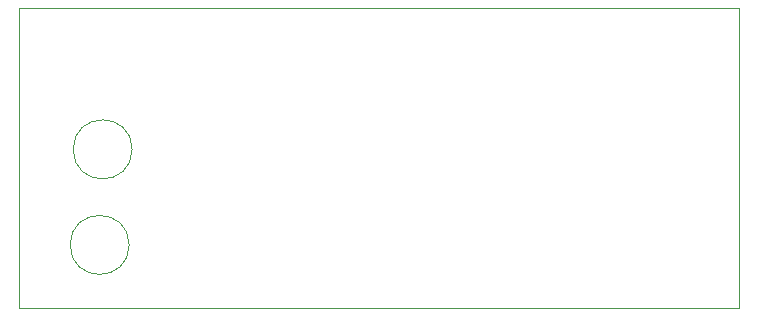
<source format=gbr>
%TF.GenerationSoftware,KiCad,Pcbnew,(6.0.5-0)*%
%TF.CreationDate,2022-05-25T12:26:39-07:00*%
%TF.ProjectId,pool-piano-midi,706f6f6c-2d70-4696-916e-6f2d6d696469,v0*%
%TF.SameCoordinates,Original*%
%TF.FileFunction,Profile,NP*%
%FSLAX46Y46*%
G04 Gerber Fmt 4.6, Leading zero omitted, Abs format (unit mm)*
G04 Created by KiCad (PCBNEW (6.0.5-0)) date 2022-05-25 12:26:39*
%MOMM*%
%LPD*%
G01*
G04 APERTURE LIST*
%TA.AperFunction,Profile*%
%ADD10C,0.100000*%
%TD*%
G04 APERTURE END LIST*
D10*
X162012000Y-72938000D02*
G75*
G03*
X162012000Y-72938000I-2500000J0D01*
G01*
X213360000Y-60960000D02*
X213360000Y-86360000D01*
X152400000Y-60960000D02*
X213360000Y-60960000D01*
X213360000Y-86360000D02*
X152400000Y-86360000D01*
X152400000Y-86360000D02*
X152400000Y-60960000D01*
X161758000Y-81026000D02*
G75*
G03*
X161758000Y-81026000I-2500000J0D01*
G01*
M02*

</source>
